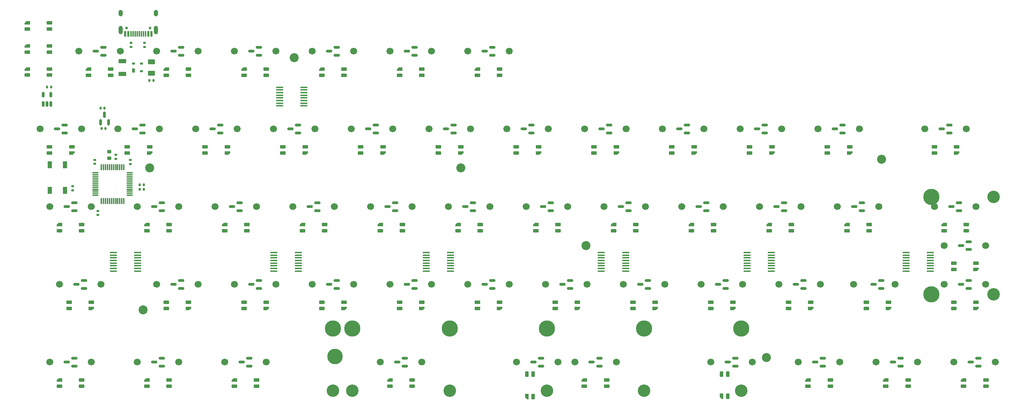
<source format=gbr>
G04 #@! TF.GenerationSoftware,KiCad,Pcbnew,(7.0.0)*
G04 #@! TF.CreationDate,2023-09-30T19:12:23+02:00*
G04 #@! TF.ProjectId,vootington gaming,766f6f74-696e-4677-946f-6e2067616d69,rev?*
G04 #@! TF.SameCoordinates,Original*
G04 #@! TF.FileFunction,Soldermask,Bot*
G04 #@! TF.FilePolarity,Negative*
%FSLAX46Y46*%
G04 Gerber Fmt 4.6, Leading zero omitted, Abs format (unit mm)*
G04 Created by KiCad (PCBNEW (7.0.0)) date 2023-09-30 19:12:23*
%MOMM*%
%LPD*%
G01*
G04 APERTURE LIST*
G04 Aperture macros list*
%AMRoundRect*
0 Rectangle with rounded corners*
0 $1 Rounding radius*
0 $2 $3 $4 $5 $6 $7 $8 $9 X,Y pos of 4 corners*
0 Add a 4 corners polygon primitive as box body*
4,1,4,$2,$3,$4,$5,$6,$7,$8,$9,$2,$3,0*
0 Add four circle primitives for the rounded corners*
1,1,$1+$1,$2,$3*
1,1,$1+$1,$4,$5*
1,1,$1+$1,$6,$7*
1,1,$1+$1,$8,$9*
0 Add four rect primitives between the rounded corners*
20,1,$1+$1,$2,$3,$4,$5,0*
20,1,$1+$1,$4,$5,$6,$7,0*
20,1,$1+$1,$6,$7,$8,$9,0*
20,1,$1+$1,$8,$9,$2,$3,0*%
%AMFreePoly0*
4,1,18,-0.410000,0.593000,-0.403758,0.624380,-0.385983,0.650983,-0.359380,0.668758,-0.328000,0.675000,0.328000,0.675000,0.359380,0.668758,0.385983,0.650983,0.403758,0.624380,0.410000,0.593000,0.410000,-0.593000,0.403758,-0.624380,0.385983,-0.650983,0.359380,-0.668758,0.328000,-0.675000,0.000000,-0.675000,-0.410000,-0.265000,-0.410000,0.593000,-0.410000,0.593000,$1*%
G04 Aperture macros list end*
%ADD10C,3.800000*%
%ADD11C,2.200000*%
%ADD12C,1.700000*%
%ADD13C,3.048000*%
%ADD14C,3.987800*%
%ADD15RoundRect,0.082000X-0.328000X-0.593000X0.328000X-0.593000X0.328000X0.593000X-0.328000X0.593000X0*%
%ADD16FreePoly0,0.000000*%
%ADD17RoundRect,0.150000X0.150000X-0.512500X0.150000X0.512500X-0.150000X0.512500X-0.150000X-0.512500X0*%
%ADD18RoundRect,0.150000X0.587500X0.150000X-0.587500X0.150000X-0.587500X-0.150000X0.587500X-0.150000X0*%
%ADD19R,1.778000X0.419100*%
%ADD20RoundRect,0.082000X-0.593000X0.328000X-0.593000X-0.328000X0.593000X-0.328000X0.593000X0.328000X0*%
%ADD21FreePoly0,270.000000*%
%ADD22RoundRect,0.082000X0.593000X-0.328000X0.593000X0.328000X-0.593000X0.328000X-0.593000X-0.328000X0*%
%ADD23FreePoly0,90.000000*%
%ADD24R,1.100000X1.800000*%
%ADD25RoundRect,0.075000X0.662500X0.075000X-0.662500X0.075000X-0.662500X-0.075000X0.662500X-0.075000X0*%
%ADD26RoundRect,0.075000X0.075000X0.662500X-0.075000X0.662500X-0.075000X-0.662500X0.075000X-0.662500X0*%
%ADD27RoundRect,0.140000X0.140000X0.170000X-0.140000X0.170000X-0.140000X-0.170000X0.140000X-0.170000X0*%
%ADD28RoundRect,0.135000X0.185000X-0.135000X0.185000X0.135000X-0.185000X0.135000X-0.185000X-0.135000X0*%
%ADD29RoundRect,0.140000X-0.140000X-0.170000X0.140000X-0.170000X0.140000X0.170000X-0.140000X0.170000X0*%
%ADD30R,0.700000X1.000000*%
%ADD31R,0.700000X0.600000*%
%ADD32RoundRect,0.140000X-0.170000X0.140000X-0.170000X-0.140000X0.170000X-0.140000X0.170000X0.140000X0*%
%ADD33C,0.650000*%
%ADD34R,0.600000X1.450000*%
%ADD35R,0.300000X1.450000*%
%ADD36O,1.000000X1.600000*%
%ADD37O,1.000000X2.100000*%
%ADD38RoundRect,0.140000X0.170000X-0.140000X0.170000X0.140000X-0.170000X0.140000X-0.170000X-0.140000X0*%
%ADD39RoundRect,0.250000X0.700000X-0.275000X0.700000X0.275000X-0.700000X0.275000X-0.700000X-0.275000X0*%
%ADD40RoundRect,0.225000X0.250000X-0.225000X0.250000X0.225000X-0.250000X0.225000X-0.250000X-0.225000X0*%
%ADD41RoundRect,0.150000X0.150000X-0.587500X0.150000X0.587500X-0.150000X0.587500X-0.150000X-0.587500X0*%
%ADD42RoundRect,0.250000X-0.625000X0.375000X-0.625000X-0.375000X0.625000X-0.375000X0.625000X0.375000X0*%
G04 APERTURE END LIST*
D10*
X103662500Y-97024000D03*
D11*
X56715000Y-85573750D03*
D12*
X252888750Y-69850000D03*
X263048750Y-69850000D03*
D11*
X209309500Y-97302500D03*
D12*
X79057500Y-79375000D03*
X89217500Y-79375000D03*
X150495000Y-60325000D03*
X160655000Y-60325000D03*
X60007500Y-79375000D03*
X70167500Y-79375000D03*
X76676250Y-98425000D03*
X86836250Y-98425000D03*
X250507500Y-60325000D03*
X260667500Y-60325000D03*
X88582500Y-41275000D03*
X98742500Y-41275000D03*
X55245000Y-60325000D03*
X65405000Y-60325000D03*
X207645000Y-60325000D03*
X217805000Y-60325000D03*
X202882500Y-41275000D03*
X213042500Y-41275000D03*
X55245000Y-98425000D03*
X65405000Y-98425000D03*
X174307500Y-79375000D03*
X184467500Y-79375000D03*
X183832500Y-41275000D03*
X193992500Y-41275000D03*
D11*
X237562500Y-48674000D03*
D12*
X169545000Y-60325000D03*
X179705000Y-60325000D03*
X98107500Y-79375000D03*
X108267500Y-79375000D03*
X221932500Y-41275000D03*
X232092500Y-41275000D03*
X112395000Y-60325000D03*
X122555000Y-60325000D03*
X79057500Y-22225000D03*
X89217500Y-22225000D03*
X36195000Y-79375000D03*
X46355000Y-79375000D03*
X136207500Y-79375000D03*
X146367500Y-79375000D03*
X126682500Y-41275000D03*
X136842500Y-41275000D03*
X98107500Y-22225000D03*
X108267500Y-22225000D03*
X188595000Y-60325000D03*
X198755000Y-60325000D03*
X50482500Y-41275000D03*
X60642500Y-41275000D03*
X40957500Y-22225000D03*
X51117500Y-22225000D03*
D13*
X131762500Y-105410000D03*
D14*
X131762500Y-90170000D03*
D13*
X107950000Y-105410000D03*
D14*
X107950000Y-90170000D03*
D12*
X193357500Y-79375000D03*
X203517500Y-79375000D03*
X69532500Y-41275000D03*
X79692500Y-41275000D03*
X107632500Y-41275000D03*
X117792500Y-41275000D03*
D14*
X249713750Y-57943750D03*
X249713750Y-81756250D03*
D13*
X264953750Y-57943750D03*
X264953750Y-81756250D03*
D12*
X248126250Y-41275000D03*
X258286250Y-41275000D03*
X212407500Y-79375000D03*
X222567500Y-79375000D03*
X145732500Y-41275000D03*
X155892500Y-41275000D03*
X117157500Y-22225000D03*
X127317500Y-22225000D03*
X117157500Y-79375000D03*
X127317500Y-79375000D03*
X236220000Y-98425000D03*
X246380000Y-98425000D03*
D11*
X134512500Y-50800000D03*
D13*
X203193650Y-105410000D03*
D14*
X203193650Y-90170000D03*
D13*
X103181150Y-105410000D03*
D14*
X103181150Y-90170000D03*
D12*
X136207500Y-22225000D03*
X146367500Y-22225000D03*
X230663750Y-79375000D03*
X240823750Y-79375000D03*
X217170000Y-98425000D03*
X227330000Y-98425000D03*
X162401250Y-98425000D03*
X172561250Y-98425000D03*
X226695000Y-60325000D03*
X236855000Y-60325000D03*
X114776250Y-98425000D03*
X124936250Y-98425000D03*
X93345000Y-60325000D03*
X103505000Y-60325000D03*
X195738750Y-98425000D03*
X205898750Y-98425000D03*
X74295000Y-60325000D03*
X84455000Y-60325000D03*
X164782500Y-41275000D03*
X174942500Y-41275000D03*
X33813750Y-98425000D03*
X43973750Y-98425000D03*
X131445000Y-60325000D03*
X141605000Y-60325000D03*
X33813750Y-60325000D03*
X43973750Y-60325000D03*
X148107400Y-98425000D03*
X158267400Y-98425000D03*
X252888750Y-79375000D03*
X263048750Y-79375000D03*
X31432500Y-41275000D03*
X41592500Y-41275000D03*
D11*
X165162500Y-69850000D03*
D12*
X155257500Y-79375000D03*
X165417500Y-79375000D03*
X255270000Y-98425000D03*
X265430000Y-98425000D03*
X60007500Y-22225000D03*
X70167500Y-22225000D03*
D13*
X179387500Y-105410000D03*
D14*
X179387500Y-90170000D03*
D13*
X155575000Y-105410000D03*
D14*
X155575000Y-90170000D03*
D11*
X93662500Y-23812500D03*
X58312500Y-50800000D03*
D15*
X152212750Y-101395000D03*
X150712750Y-101395000D03*
X152212750Y-106845000D03*
D16*
X150712749Y-106844999D03*
D17*
X34093250Y-35172250D03*
X33143250Y-35172250D03*
X32193250Y-35172250D03*
X32193250Y-32897250D03*
X34093250Y-32897250D03*
D18*
X258906250Y-68900000D03*
X258906250Y-70800000D03*
X257031250Y-69850000D03*
D19*
X210569635Y-71563904D03*
X210569635Y-72214144D03*
X210569635Y-72864384D03*
X210569635Y-73514624D03*
X210569635Y-74159784D03*
X210569635Y-74810024D03*
X210569635Y-75460264D03*
X210569635Y-76110504D03*
X204620955Y-76110504D03*
X204620955Y-75460264D03*
X204620955Y-74810024D03*
X204620955Y-74159784D03*
X204620955Y-73514624D03*
X204620955Y-72864384D03*
X204620955Y-72214144D03*
X204620955Y-71563904D03*
D20*
X41618750Y-104279000D03*
X41618750Y-102779000D03*
X36168750Y-104279000D03*
D21*
X36168749Y-102778999D03*
D18*
X201756250Y-97475000D03*
X201756250Y-99375000D03*
X199881250Y-98425000D03*
D22*
X109987500Y-45629000D03*
X109987500Y-47129000D03*
X115437500Y-45629000D03*
D23*
X115437499Y-47128999D03*
D18*
X39831250Y-97475000D03*
X39831250Y-99375000D03*
X37956250Y-98425000D03*
D22*
X38550000Y-83729000D03*
X38550000Y-85229000D03*
X44000000Y-83729000D03*
D23*
X43999999Y-85228999D03*
D18*
X151750000Y-40325000D03*
X151750000Y-42225000D03*
X149875000Y-41275000D03*
D22*
X214762500Y-83729000D03*
X214762500Y-85229000D03*
X220212500Y-83729000D03*
D23*
X220212499Y-85228999D03*
D20*
X263075000Y-104279000D03*
X263075000Y-102779000D03*
X257625000Y-104279000D03*
D21*
X257624999Y-102778999D03*
D18*
X85075000Y-78425000D03*
X85075000Y-80325000D03*
X83200000Y-79375000D03*
X120793750Y-97475000D03*
X120793750Y-99375000D03*
X118918750Y-98425000D03*
D24*
X33868749Y-50081249D03*
X33868749Y-56281249D03*
X37568749Y-50081249D03*
X37568749Y-56281249D03*
D25*
X53375000Y-52018750D03*
X53375000Y-52518750D03*
X53375000Y-53018750D03*
X53375000Y-53518750D03*
X53375000Y-54018750D03*
X53375000Y-54518750D03*
X53375000Y-55018750D03*
X53375000Y-55518750D03*
X53375000Y-56018750D03*
X53375000Y-56518750D03*
X53375000Y-57018750D03*
X53375000Y-57518750D03*
D26*
X51962500Y-58931250D03*
X51462500Y-58931250D03*
X50962500Y-58931250D03*
X50462500Y-58931250D03*
X49962500Y-58931250D03*
X49462500Y-58931250D03*
X48962500Y-58931250D03*
X48462500Y-58931250D03*
X47962500Y-58931250D03*
X47462500Y-58931250D03*
X46962500Y-58931250D03*
X46462500Y-58931250D03*
D25*
X45050000Y-57518750D03*
X45050000Y-57018750D03*
X45050000Y-56518750D03*
X45050000Y-56018750D03*
X45050000Y-55518750D03*
X45050000Y-55018750D03*
X45050000Y-54518750D03*
X45050000Y-54018750D03*
X45050000Y-53518750D03*
X45050000Y-53018750D03*
X45050000Y-52518750D03*
X45050000Y-52018750D03*
D26*
X46462500Y-50606250D03*
X46962500Y-50606250D03*
X47462500Y-50606250D03*
X47962500Y-50606250D03*
X48462500Y-50606250D03*
X48962500Y-50606250D03*
X49462500Y-50606250D03*
X49962500Y-50606250D03*
X50462500Y-50606250D03*
X50962500Y-50606250D03*
X51462500Y-50606250D03*
X51962500Y-50606250D03*
D22*
X186187500Y-45629000D03*
X186187500Y-47129000D03*
X191637500Y-45629000D03*
D23*
X191637499Y-47128999D03*
D27*
X59217500Y-29368750D03*
X58257500Y-29368750D03*
D20*
X84481250Y-104279000D03*
X84481250Y-102779000D03*
X79031250Y-104279000D03*
D21*
X79031249Y-102778999D03*
D20*
X33737500Y-16790000D03*
X33737500Y-15290000D03*
X28287500Y-16790000D03*
D21*
X28287499Y-15289999D03*
D28*
X53721589Y-21147501D03*
X53721589Y-20127501D03*
D29*
X55866106Y-54997317D03*
X56826106Y-54997317D03*
D20*
X63050000Y-66179000D03*
X63050000Y-64679000D03*
X57600000Y-66179000D03*
D21*
X57599999Y-64678999D03*
D20*
X101150000Y-66179000D03*
X101150000Y-64679000D03*
X95700000Y-66179000D03*
D21*
X95699999Y-64678999D03*
D18*
X199375000Y-78425000D03*
X199375000Y-80325000D03*
X197500000Y-79375000D03*
X137462500Y-59375000D03*
X137462500Y-61275000D03*
X135587500Y-60325000D03*
D30*
X54309088Y-26943749D03*
D31*
X54309088Y-25243749D03*
X56309088Y-25243749D03*
X56309088Y-27143749D03*
D18*
X227950000Y-40325000D03*
X227950000Y-42225000D03*
X226075000Y-41275000D03*
X256525000Y-59375000D03*
X256525000Y-61275000D03*
X254650000Y-60325000D03*
X156512500Y-59375000D03*
X156512500Y-61275000D03*
X154637500Y-60325000D03*
D29*
X46250752Y-36145933D03*
X47210752Y-36145933D03*
D18*
X66025000Y-21275000D03*
X66025000Y-23175000D03*
X64150000Y-22225000D03*
D22*
X71887500Y-45629000D03*
X71887500Y-47129000D03*
X77337500Y-45629000D03*
D23*
X77337499Y-47128999D03*
D20*
X120200000Y-66179000D03*
X120200000Y-64679000D03*
X114750000Y-66179000D03*
D21*
X114749999Y-64678999D03*
D20*
X215450000Y-66179000D03*
X215450000Y-64679000D03*
X210000000Y-66179000D03*
D21*
X209999999Y-64678999D03*
D20*
X33737500Y-28055000D03*
X33737500Y-26555000D03*
X28287500Y-28055000D03*
D21*
X28287499Y-26554999D03*
D22*
X255243750Y-74204000D03*
X255243750Y-75704000D03*
X260693750Y-74204000D03*
D23*
X260693749Y-75703999D03*
D18*
X123175000Y-21275000D03*
X123175000Y-23175000D03*
X121300000Y-22225000D03*
X142225000Y-78425000D03*
X142225000Y-80325000D03*
X140350000Y-79375000D03*
D22*
X33787500Y-45629000D03*
X33787500Y-47129000D03*
X39237500Y-45629000D03*
D23*
X39237499Y-47128999D03*
D18*
X132700000Y-40325000D03*
X132700000Y-42225000D03*
X130825000Y-41275000D03*
D29*
X55859704Y-56073622D03*
X56819704Y-56073622D03*
D20*
X67812500Y-28079000D03*
X67812500Y-26579000D03*
X62362500Y-28079000D03*
D21*
X62362499Y-26578999D03*
D18*
X154131250Y-97475000D03*
X154131250Y-99375000D03*
X152256250Y-98425000D03*
D28*
X57037122Y-21176841D03*
X57037122Y-20156841D03*
D20*
X41618750Y-66179000D03*
X41618750Y-64679000D03*
X36168750Y-66179000D03*
D21*
X36168749Y-64678999D03*
D22*
X195712500Y-83729000D03*
X195712500Y-85229000D03*
X201162500Y-83729000D03*
D23*
X201162499Y-85228999D03*
D18*
X123175000Y-78425000D03*
X123175000Y-80325000D03*
X121300000Y-79375000D03*
D22*
X224287500Y-45629000D03*
X224287500Y-47129000D03*
X229737500Y-45629000D03*
D23*
X229737499Y-47128999D03*
D18*
X82693750Y-97475000D03*
X82693750Y-99375000D03*
X80818750Y-98425000D03*
D32*
X45574303Y-61406884D03*
X45574303Y-62366884D03*
D15*
X199825749Y-101338000D03*
X198325749Y-101338000D03*
X199825749Y-106788000D03*
D16*
X198325748Y-106787999D03*
D18*
X180325000Y-78425000D03*
X180325000Y-80325000D03*
X178450000Y-79375000D03*
X104125000Y-21275000D03*
X104125000Y-23175000D03*
X102250000Y-22225000D03*
D20*
X144012500Y-28079000D03*
X144012500Y-26579000D03*
X138562500Y-28079000D03*
D21*
X138562499Y-26578999D03*
D18*
X66025000Y-78425000D03*
X66025000Y-80325000D03*
X64150000Y-79375000D03*
D19*
X55361839Y-71545449D03*
X55361839Y-72195689D03*
X55361839Y-72845929D03*
X55361839Y-73496169D03*
X55361839Y-74141329D03*
X55361839Y-74791569D03*
X55361839Y-75441809D03*
X55361839Y-76092049D03*
X49413159Y-76092049D03*
X49413159Y-75441809D03*
X49413159Y-74791569D03*
X49413159Y-74141329D03*
X49413159Y-73496169D03*
X49413159Y-72845929D03*
X49413159Y-72195689D03*
X49413159Y-71545449D03*
D18*
X37450000Y-40325000D03*
X37450000Y-42225000D03*
X35575000Y-41275000D03*
X237475000Y-78425000D03*
X237475000Y-80325000D03*
X235600000Y-79375000D03*
X261287500Y-97475000D03*
X261287500Y-99375000D03*
X259412500Y-98425000D03*
X61262500Y-97475000D03*
X61262500Y-99375000D03*
X59387500Y-98425000D03*
X113650000Y-40325000D03*
X113650000Y-42225000D03*
X111775000Y-41275000D03*
X104125000Y-78425000D03*
X104125000Y-80325000D03*
X102250000Y-79375000D03*
X56500000Y-40325000D03*
X56500000Y-42225000D03*
X54625000Y-41275000D03*
D33*
X52609000Y-16490625D03*
X58389000Y-16490625D03*
D34*
X52248999Y-17935624D03*
X53048999Y-17935624D03*
D35*
X54248999Y-17935624D03*
X55248999Y-17935624D03*
X55748999Y-17935624D03*
X56748999Y-17935624D03*
D34*
X57948999Y-17935624D03*
X58748999Y-17935624D03*
X58748999Y-17935624D03*
X57948999Y-17935624D03*
D35*
X57248999Y-17935624D03*
X56248999Y-17935624D03*
X54748999Y-17935624D03*
X53748999Y-17935624D03*
D34*
X53048999Y-17935624D03*
X52248999Y-17935624D03*
D36*
X51178999Y-12840624D03*
D37*
X51178999Y-17020624D03*
D36*
X59818999Y-12840624D03*
D37*
X59818999Y-17020624D03*
D18*
X170800000Y-40325000D03*
X170800000Y-42225000D03*
X168925000Y-41275000D03*
D20*
X124962500Y-28079000D03*
X124962500Y-26579000D03*
X119512500Y-28079000D03*
D21*
X119512499Y-26578999D03*
D19*
X96043749Y-31064199D03*
X96043749Y-31714439D03*
X96043749Y-32364679D03*
X96043749Y-33014919D03*
X96043749Y-33660079D03*
X96043749Y-34310319D03*
X96043749Y-34960559D03*
X96043749Y-35610799D03*
X90095069Y-35610799D03*
X90095069Y-34960559D03*
X90095069Y-34310319D03*
X90095069Y-33660079D03*
X90095069Y-33014919D03*
X90095069Y-32364679D03*
X90095069Y-31714439D03*
X90095069Y-31064199D03*
D18*
X223187500Y-97475000D03*
X223187500Y-99375000D03*
X221312500Y-98425000D03*
D20*
X224975000Y-104279000D03*
X224975000Y-102779000D03*
X219525000Y-104279000D03*
D21*
X219524999Y-102778999D03*
D19*
X174850885Y-71543434D03*
X174850885Y-72193674D03*
X174850885Y-72843914D03*
X174850885Y-73494154D03*
X174850885Y-74139314D03*
X174850885Y-74789554D03*
X174850885Y-75439794D03*
X174850885Y-76090034D03*
X168902205Y-76090034D03*
X168902205Y-75439794D03*
X168902205Y-74789554D03*
X168902205Y-74139314D03*
X168902205Y-73494154D03*
X168902205Y-72843914D03*
X168902205Y-72193674D03*
X168902205Y-71543434D03*
D22*
X250481250Y-45629000D03*
X250481250Y-47129000D03*
X255931250Y-45629000D03*
D23*
X255931249Y-47128999D03*
D20*
X82100000Y-66179000D03*
X82100000Y-64679000D03*
X76650000Y-66179000D03*
D21*
X76649999Y-64678999D03*
D18*
X61262500Y-59375000D03*
X61262500Y-61275000D03*
X59387500Y-60325000D03*
X80312500Y-59375000D03*
X80312500Y-61275000D03*
X78437500Y-60325000D03*
D38*
X44848806Y-49792201D03*
X44848806Y-48832201D03*
D20*
X234500000Y-66179000D03*
X234500000Y-64679000D03*
X229050000Y-66179000D03*
D21*
X229049999Y-64678999D03*
D20*
X86862500Y-28079000D03*
X86862500Y-26579000D03*
X81412500Y-28079000D03*
D21*
X81412499Y-26578999D03*
D18*
X118412500Y-59375000D03*
X118412500Y-61275000D03*
X116537500Y-60325000D03*
D38*
X50006250Y-48582962D03*
X50006250Y-47622962D03*
D18*
X175562500Y-59375000D03*
X175562500Y-61275000D03*
X173687500Y-60325000D03*
D27*
X47456127Y-41181945D03*
X46496127Y-41181945D03*
D22*
X205237500Y-45629000D03*
X205237500Y-47129000D03*
X210687500Y-45629000D03*
D23*
X210687499Y-47128999D03*
D28*
X39379783Y-56280538D03*
X39379783Y-55260538D03*
D22*
X129037500Y-45629000D03*
X129037500Y-47129000D03*
X134487500Y-45629000D03*
D23*
X134487499Y-47128999D03*
D20*
X158300000Y-66179000D03*
X158300000Y-64679000D03*
X152850000Y-66179000D03*
D21*
X152849999Y-64678999D03*
D22*
X100462500Y-83729000D03*
X100462500Y-85229000D03*
X105912500Y-83729000D03*
D23*
X105912499Y-85228999D03*
D22*
X233812500Y-83729000D03*
X233812500Y-85229000D03*
X239262500Y-83729000D03*
D23*
X239262499Y-85228999D03*
D22*
X90937500Y-45629000D03*
X90937500Y-47129000D03*
X96387500Y-45629000D03*
D23*
X96387499Y-47128999D03*
D19*
X249463385Y-71563904D03*
X249463385Y-72214144D03*
X249463385Y-72864384D03*
X249463385Y-73514624D03*
X249463385Y-74159784D03*
X249463385Y-74810024D03*
X249463385Y-75460264D03*
X249463385Y-76110504D03*
X243514705Y-76110504D03*
X243514705Y-75460264D03*
X243514705Y-74810024D03*
X243514705Y-74159784D03*
X243514705Y-73514624D03*
X243514705Y-72864384D03*
X243514705Y-72214144D03*
X243514705Y-71563904D03*
D20*
X105912500Y-28079000D03*
X105912500Y-26579000D03*
X100462500Y-28079000D03*
D21*
X100462499Y-26578999D03*
D20*
X33737500Y-22422500D03*
X33737500Y-20922500D03*
X28287500Y-22422500D03*
D21*
X28287499Y-20922499D03*
D39*
X51593750Y-27768750D03*
X51593750Y-24618750D03*
D20*
X244025000Y-104279000D03*
X244025000Y-102779000D03*
X238575000Y-104279000D03*
D21*
X238574999Y-102778999D03*
D22*
X81412500Y-83729000D03*
X81412500Y-85229000D03*
X86862500Y-83729000D03*
D23*
X86862499Y-85228999D03*
D22*
X255243750Y-83729000D03*
X255243750Y-85229000D03*
X260693750Y-83729000D03*
D23*
X260693749Y-85228999D03*
D22*
X157612500Y-83729000D03*
X157612500Y-85229000D03*
X163062500Y-83729000D03*
D23*
X163062499Y-85228999D03*
D38*
X53577271Y-49854806D03*
X53577271Y-48894806D03*
D22*
X138562500Y-83729000D03*
X138562500Y-85229000D03*
X144012500Y-83729000D03*
D23*
X144012499Y-85228999D03*
D18*
X39831250Y-59375000D03*
X39831250Y-61275000D03*
X37956250Y-60325000D03*
X94600000Y-40325000D03*
X94600000Y-42225000D03*
X92725000Y-41275000D03*
X189850000Y-40325000D03*
X189850000Y-42225000D03*
X187975000Y-41275000D03*
X242237500Y-97475000D03*
X242237500Y-99375000D03*
X240362500Y-98425000D03*
D22*
X167137500Y-45629000D03*
X167137500Y-47129000D03*
X172587500Y-45629000D03*
D23*
X172587499Y-47128999D03*
D18*
X232712500Y-59375000D03*
X232712500Y-61275000D03*
X230837500Y-60325000D03*
X99362500Y-59375000D03*
X99362500Y-61275000D03*
X97487500Y-60325000D03*
X168418750Y-97475000D03*
X168418750Y-99375000D03*
X166543750Y-98425000D03*
D20*
X139250000Y-66179000D03*
X139250000Y-64679000D03*
X133800000Y-66179000D03*
D21*
X133799999Y-64678999D03*
D18*
X218425000Y-78425000D03*
X218425000Y-80325000D03*
X216550000Y-79375000D03*
X254143750Y-40325000D03*
X254143750Y-42225000D03*
X252268750Y-41275000D03*
D22*
X148087500Y-45629000D03*
X148087500Y-47129000D03*
X153537500Y-45629000D03*
D23*
X153537499Y-47128999D03*
D18*
X213662500Y-59375000D03*
X213662500Y-61275000D03*
X211787500Y-60325000D03*
D20*
X258312500Y-66179000D03*
X258312500Y-64679000D03*
X252862500Y-66179000D03*
D21*
X252862499Y-64678999D03*
D20*
X177350000Y-66179000D03*
X177350000Y-64679000D03*
X171900000Y-66179000D03*
D21*
X171899999Y-64678999D03*
D40*
X48418750Y-48400000D03*
X48418750Y-46850000D03*
D18*
X46975000Y-21275000D03*
X46975000Y-23175000D03*
X45100000Y-22225000D03*
D22*
X119512500Y-83729000D03*
X119512500Y-85229000D03*
X124962500Y-83729000D03*
D23*
X124962499Y-85228999D03*
D18*
X194612500Y-59375000D03*
X194612500Y-61275000D03*
X192737500Y-60325000D03*
X161275000Y-78425000D03*
X161275000Y-80325000D03*
X159400000Y-79375000D03*
X42212500Y-78425000D03*
X42212500Y-80325000D03*
X40337500Y-79375000D03*
D19*
X94682135Y-71545449D03*
X94682135Y-72195689D03*
X94682135Y-72845929D03*
X94682135Y-73496169D03*
X94682135Y-74141329D03*
X94682135Y-74791569D03*
X94682135Y-75441809D03*
X94682135Y-76092049D03*
X88733455Y-76092049D03*
X88733455Y-75441809D03*
X88733455Y-74791569D03*
X88733455Y-74141329D03*
X88733455Y-73496169D03*
X88733455Y-72845929D03*
X88733455Y-72195689D03*
X88733455Y-71545449D03*
D18*
X258906250Y-78425000D03*
X258906250Y-80325000D03*
X257031250Y-79375000D03*
X85075000Y-21275000D03*
X85075000Y-23175000D03*
X83200000Y-22225000D03*
D19*
X131988385Y-71543434D03*
X131988385Y-72193674D03*
X131988385Y-72843914D03*
X131988385Y-73494154D03*
X131988385Y-74139314D03*
X131988385Y-74789554D03*
X131988385Y-75439794D03*
X131988385Y-76090034D03*
X126039705Y-76090034D03*
X126039705Y-75439794D03*
X126039705Y-74789554D03*
X126039705Y-74139314D03*
X126039705Y-73494154D03*
X126039705Y-72843914D03*
X126039705Y-72193674D03*
X126039705Y-71543434D03*
D29*
X33171250Y-30956250D03*
X34131250Y-30956250D03*
D18*
X208900000Y-40325000D03*
X208900000Y-42225000D03*
X207025000Y-41275000D03*
D41*
X48187212Y-39635873D03*
X46287212Y-39635873D03*
X47237212Y-37760873D03*
D20*
X170206250Y-104279000D03*
X170206250Y-102779000D03*
X164756250Y-104279000D03*
D21*
X164756249Y-102778999D03*
D42*
X58737500Y-24793750D03*
X58737500Y-27593750D03*
D20*
X48762500Y-28079000D03*
X48762500Y-26579000D03*
X43312500Y-28079000D03*
D21*
X43312499Y-26578999D03*
D22*
X52837500Y-45629000D03*
X52837500Y-47129000D03*
X58287500Y-45629000D03*
D23*
X58287499Y-47128999D03*
D18*
X142225000Y-21275000D03*
X142225000Y-23175000D03*
X140350000Y-22225000D03*
X75550000Y-40325000D03*
X75550000Y-42225000D03*
X73675000Y-41275000D03*
D22*
X176662500Y-83729000D03*
X176662500Y-85229000D03*
X182112500Y-83729000D03*
D23*
X182112499Y-85228999D03*
D22*
X62362500Y-83729000D03*
X62362500Y-85229000D03*
X67812500Y-83729000D03*
D23*
X67812499Y-85228999D03*
D20*
X63050000Y-104279000D03*
X63050000Y-102779000D03*
X57600000Y-104279000D03*
D21*
X57599999Y-102778999D03*
D20*
X196400000Y-66179000D03*
X196400000Y-64679000D03*
X190950000Y-66179000D03*
D21*
X190949999Y-64678999D03*
D20*
X122581250Y-104279000D03*
X122581250Y-102779000D03*
X117131250Y-104279000D03*
D21*
X117131249Y-102778999D03*
M02*

</source>
